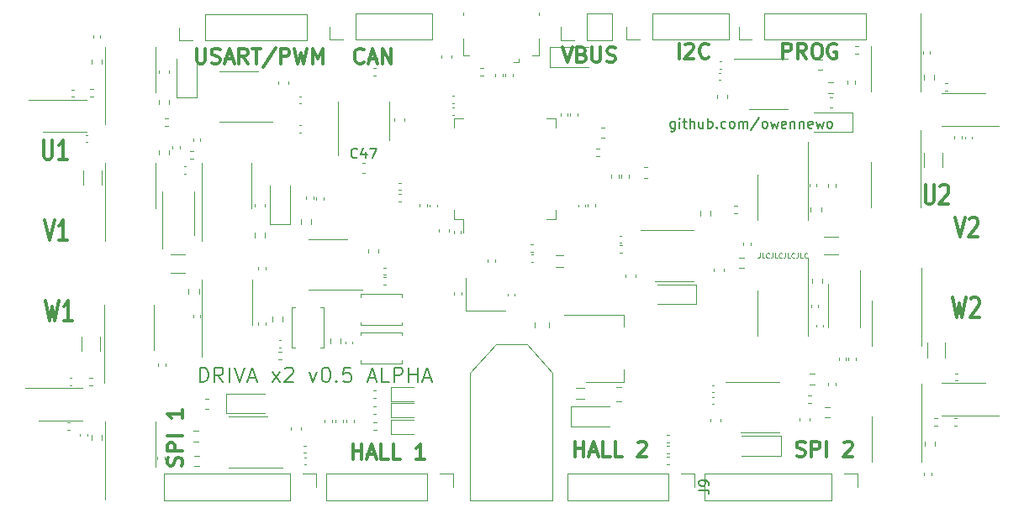
<source format=gbr>
%TF.GenerationSoftware,KiCad,Pcbnew,5.1.8-db9833491~88~ubuntu20.04.1*%
%TF.CreationDate,2020-12-06T21:40:22+00:00*%
%TF.ProjectId,driva-x2,64726976-612d-4783-922e-6b696361645f,rev?*%
%TF.SameCoordinates,Original*%
%TF.FileFunction,Legend,Top*%
%TF.FilePolarity,Positive*%
%FSLAX46Y46*%
G04 Gerber Fmt 4.6, Leading zero omitted, Abs format (unit mm)*
G04 Created by KiCad (PCBNEW 5.1.8-db9833491~88~ubuntu20.04.1) date 2020-12-06 21:40:22*
%MOMM*%
%LPD*%
G01*
G04 APERTURE LIST*
%ADD10C,0.125000*%
%ADD11C,0.150000*%
%ADD12C,0.300000*%
%ADD13C,0.120000*%
G04 APERTURE END LIST*
D10*
X147000476Y-54636190D02*
X147000476Y-54993333D01*
X146976666Y-55064761D01*
X146929047Y-55112380D01*
X146857619Y-55136190D01*
X146810000Y-55136190D01*
X147476666Y-55136190D02*
X147238571Y-55136190D01*
X147238571Y-54636190D01*
X147929047Y-55088571D02*
X147905238Y-55112380D01*
X147833809Y-55136190D01*
X147786190Y-55136190D01*
X147714761Y-55112380D01*
X147667142Y-55064761D01*
X147643333Y-55017142D01*
X147619523Y-54921904D01*
X147619523Y-54850476D01*
X147643333Y-54755238D01*
X147667142Y-54707619D01*
X147714761Y-54660000D01*
X147786190Y-54636190D01*
X147833809Y-54636190D01*
X147905238Y-54660000D01*
X147929047Y-54683809D01*
X148286190Y-54636190D02*
X148286190Y-54993333D01*
X148262380Y-55064761D01*
X148214761Y-55112380D01*
X148143333Y-55136190D01*
X148095714Y-55136190D01*
X148762380Y-55136190D02*
X148524285Y-55136190D01*
X148524285Y-54636190D01*
X149214761Y-55088571D02*
X149190952Y-55112380D01*
X149119523Y-55136190D01*
X149071904Y-55136190D01*
X149000476Y-55112380D01*
X148952857Y-55064761D01*
X148929047Y-55017142D01*
X148905238Y-54921904D01*
X148905238Y-54850476D01*
X148929047Y-54755238D01*
X148952857Y-54707619D01*
X149000476Y-54660000D01*
X149071904Y-54636190D01*
X149119523Y-54636190D01*
X149190952Y-54660000D01*
X149214761Y-54683809D01*
X149571904Y-54636190D02*
X149571904Y-54993333D01*
X149548095Y-55064761D01*
X149500476Y-55112380D01*
X149429047Y-55136190D01*
X149381428Y-55136190D01*
X150048095Y-55136190D02*
X149810000Y-55136190D01*
X149810000Y-54636190D01*
X150500476Y-55088571D02*
X150476666Y-55112380D01*
X150405238Y-55136190D01*
X150357619Y-55136190D01*
X150286190Y-55112380D01*
X150238571Y-55064761D01*
X150214761Y-55017142D01*
X150190952Y-54921904D01*
X150190952Y-54850476D01*
X150214761Y-54755238D01*
X150238571Y-54707619D01*
X150286190Y-54660000D01*
X150357619Y-54636190D01*
X150405238Y-54636190D01*
X150476666Y-54660000D01*
X150500476Y-54683809D01*
X150857619Y-54636190D02*
X150857619Y-54993333D01*
X150833809Y-55064761D01*
X150786190Y-55112380D01*
X150714761Y-55136190D01*
X150667142Y-55136190D01*
X151333809Y-55136190D02*
X151095714Y-55136190D01*
X151095714Y-54636190D01*
X151786190Y-55088571D02*
X151762380Y-55112380D01*
X151690952Y-55136190D01*
X151643333Y-55136190D01*
X151571904Y-55112380D01*
X151524285Y-55064761D01*
X151500476Y-55017142D01*
X151476666Y-54921904D01*
X151476666Y-54850476D01*
X151500476Y-54755238D01*
X151524285Y-54707619D01*
X151571904Y-54660000D01*
X151643333Y-54636190D01*
X151690952Y-54636190D01*
X151762380Y-54660000D01*
X151786190Y-54683809D01*
D11*
X138439523Y-41375714D02*
X138439523Y-42185238D01*
X138391904Y-42280476D01*
X138344285Y-42328095D01*
X138249047Y-42375714D01*
X138106190Y-42375714D01*
X138010952Y-42328095D01*
X138439523Y-41994761D02*
X138344285Y-42042380D01*
X138153809Y-42042380D01*
X138058571Y-41994761D01*
X138010952Y-41947142D01*
X137963333Y-41851904D01*
X137963333Y-41566190D01*
X138010952Y-41470952D01*
X138058571Y-41423333D01*
X138153809Y-41375714D01*
X138344285Y-41375714D01*
X138439523Y-41423333D01*
X138915714Y-42042380D02*
X138915714Y-41375714D01*
X138915714Y-41042380D02*
X138868095Y-41090000D01*
X138915714Y-41137619D01*
X138963333Y-41090000D01*
X138915714Y-41042380D01*
X138915714Y-41137619D01*
X139249047Y-41375714D02*
X139630000Y-41375714D01*
X139391904Y-41042380D02*
X139391904Y-41899523D01*
X139439523Y-41994761D01*
X139534761Y-42042380D01*
X139630000Y-42042380D01*
X139963333Y-42042380D02*
X139963333Y-41042380D01*
X140391904Y-42042380D02*
X140391904Y-41518571D01*
X140344285Y-41423333D01*
X140249047Y-41375714D01*
X140106190Y-41375714D01*
X140010952Y-41423333D01*
X139963333Y-41470952D01*
X141296666Y-41375714D02*
X141296666Y-42042380D01*
X140868095Y-41375714D02*
X140868095Y-41899523D01*
X140915714Y-41994761D01*
X141010952Y-42042380D01*
X141153809Y-42042380D01*
X141249047Y-41994761D01*
X141296666Y-41947142D01*
X141772857Y-42042380D02*
X141772857Y-41042380D01*
X141772857Y-41423333D02*
X141868095Y-41375714D01*
X142058571Y-41375714D01*
X142153809Y-41423333D01*
X142201428Y-41470952D01*
X142249047Y-41566190D01*
X142249047Y-41851904D01*
X142201428Y-41947142D01*
X142153809Y-41994761D01*
X142058571Y-42042380D01*
X141868095Y-42042380D01*
X141772857Y-41994761D01*
X142677619Y-41947142D02*
X142725238Y-41994761D01*
X142677619Y-42042380D01*
X142630000Y-41994761D01*
X142677619Y-41947142D01*
X142677619Y-42042380D01*
X143582380Y-41994761D02*
X143487142Y-42042380D01*
X143296666Y-42042380D01*
X143201428Y-41994761D01*
X143153809Y-41947142D01*
X143106190Y-41851904D01*
X143106190Y-41566190D01*
X143153809Y-41470952D01*
X143201428Y-41423333D01*
X143296666Y-41375714D01*
X143487142Y-41375714D01*
X143582380Y-41423333D01*
X144153809Y-42042380D02*
X144058571Y-41994761D01*
X144010952Y-41947142D01*
X143963333Y-41851904D01*
X143963333Y-41566190D01*
X144010952Y-41470952D01*
X144058571Y-41423333D01*
X144153809Y-41375714D01*
X144296666Y-41375714D01*
X144391904Y-41423333D01*
X144439523Y-41470952D01*
X144487142Y-41566190D01*
X144487142Y-41851904D01*
X144439523Y-41947142D01*
X144391904Y-41994761D01*
X144296666Y-42042380D01*
X144153809Y-42042380D01*
X144915714Y-42042380D02*
X144915714Y-41375714D01*
X144915714Y-41470952D02*
X144963333Y-41423333D01*
X145058571Y-41375714D01*
X145201428Y-41375714D01*
X145296666Y-41423333D01*
X145344285Y-41518571D01*
X145344285Y-42042380D01*
X145344285Y-41518571D02*
X145391904Y-41423333D01*
X145487142Y-41375714D01*
X145630000Y-41375714D01*
X145725238Y-41423333D01*
X145772857Y-41518571D01*
X145772857Y-42042380D01*
X146963333Y-40994761D02*
X146106190Y-42280476D01*
X147439523Y-42042380D02*
X147344285Y-41994761D01*
X147296666Y-41947142D01*
X147249047Y-41851904D01*
X147249047Y-41566190D01*
X147296666Y-41470952D01*
X147344285Y-41423333D01*
X147439523Y-41375714D01*
X147582380Y-41375714D01*
X147677619Y-41423333D01*
X147725238Y-41470952D01*
X147772857Y-41566190D01*
X147772857Y-41851904D01*
X147725238Y-41947142D01*
X147677619Y-41994761D01*
X147582380Y-42042380D01*
X147439523Y-42042380D01*
X148106190Y-41375714D02*
X148296666Y-42042380D01*
X148487142Y-41566190D01*
X148677619Y-42042380D01*
X148868095Y-41375714D01*
X149630000Y-41994761D02*
X149534761Y-42042380D01*
X149344285Y-42042380D01*
X149249047Y-41994761D01*
X149201428Y-41899523D01*
X149201428Y-41518571D01*
X149249047Y-41423333D01*
X149344285Y-41375714D01*
X149534761Y-41375714D01*
X149630000Y-41423333D01*
X149677619Y-41518571D01*
X149677619Y-41613809D01*
X149201428Y-41709047D01*
X150106190Y-41375714D02*
X150106190Y-42042380D01*
X150106190Y-41470952D02*
X150153809Y-41423333D01*
X150249047Y-41375714D01*
X150391904Y-41375714D01*
X150487142Y-41423333D01*
X150534761Y-41518571D01*
X150534761Y-42042380D01*
X151010952Y-41375714D02*
X151010952Y-42042380D01*
X151010952Y-41470952D02*
X151058571Y-41423333D01*
X151153809Y-41375714D01*
X151296666Y-41375714D01*
X151391904Y-41423333D01*
X151439523Y-41518571D01*
X151439523Y-42042380D01*
X152296666Y-41994761D02*
X152201428Y-42042380D01*
X152010952Y-42042380D01*
X151915714Y-41994761D01*
X151868095Y-41899523D01*
X151868095Y-41518571D01*
X151915714Y-41423333D01*
X152010952Y-41375714D01*
X152201428Y-41375714D01*
X152296666Y-41423333D01*
X152344285Y-41518571D01*
X152344285Y-41613809D01*
X151868095Y-41709047D01*
X152677619Y-41375714D02*
X152868095Y-42042380D01*
X153058571Y-41566190D01*
X153249047Y-42042380D01*
X153439523Y-41375714D01*
X153963333Y-42042380D02*
X153868095Y-41994761D01*
X153820476Y-41947142D01*
X153772857Y-41851904D01*
X153772857Y-41566190D01*
X153820476Y-41470952D01*
X153868095Y-41423333D01*
X153963333Y-41375714D01*
X154106190Y-41375714D01*
X154201428Y-41423333D01*
X154249047Y-41470952D01*
X154296666Y-41566190D01*
X154296666Y-41851904D01*
X154249047Y-41947142D01*
X154201428Y-41994761D01*
X154106190Y-42042380D01*
X153963333Y-42042380D01*
X90592857Y-67668571D02*
X90592857Y-66168571D01*
X90950000Y-66168571D01*
X91164285Y-66240000D01*
X91307142Y-66382857D01*
X91378571Y-66525714D01*
X91450000Y-66811428D01*
X91450000Y-67025714D01*
X91378571Y-67311428D01*
X91307142Y-67454285D01*
X91164285Y-67597142D01*
X90950000Y-67668571D01*
X90592857Y-67668571D01*
X92950000Y-67668571D02*
X92450000Y-66954285D01*
X92092857Y-67668571D02*
X92092857Y-66168571D01*
X92664285Y-66168571D01*
X92807142Y-66240000D01*
X92878571Y-66311428D01*
X92950000Y-66454285D01*
X92950000Y-66668571D01*
X92878571Y-66811428D01*
X92807142Y-66882857D01*
X92664285Y-66954285D01*
X92092857Y-66954285D01*
X93592857Y-67668571D02*
X93592857Y-66168571D01*
X94092857Y-66168571D02*
X94592857Y-67668571D01*
X95092857Y-66168571D01*
X95521428Y-67240000D02*
X96235714Y-67240000D01*
X95378571Y-67668571D02*
X95878571Y-66168571D01*
X96378571Y-67668571D01*
X97878571Y-67668571D02*
X98664285Y-66668571D01*
X97878571Y-66668571D02*
X98664285Y-67668571D01*
X99164285Y-66311428D02*
X99235714Y-66240000D01*
X99378571Y-66168571D01*
X99735714Y-66168571D01*
X99878571Y-66240000D01*
X99950000Y-66311428D01*
X100021428Y-66454285D01*
X100021428Y-66597142D01*
X99950000Y-66811428D01*
X99092857Y-67668571D01*
X100021428Y-67668571D01*
X101664285Y-66668571D02*
X102021428Y-67668571D01*
X102378571Y-66668571D01*
X103235714Y-66168571D02*
X103378571Y-66168571D01*
X103521428Y-66240000D01*
X103592857Y-66311428D01*
X103664285Y-66454285D01*
X103735714Y-66740000D01*
X103735714Y-67097142D01*
X103664285Y-67382857D01*
X103592857Y-67525714D01*
X103521428Y-67597142D01*
X103378571Y-67668571D01*
X103235714Y-67668571D01*
X103092857Y-67597142D01*
X103021428Y-67525714D01*
X102950000Y-67382857D01*
X102878571Y-67097142D01*
X102878571Y-66740000D01*
X102950000Y-66454285D01*
X103021428Y-66311428D01*
X103092857Y-66240000D01*
X103235714Y-66168571D01*
X104378571Y-67525714D02*
X104450000Y-67597142D01*
X104378571Y-67668571D01*
X104307142Y-67597142D01*
X104378571Y-67525714D01*
X104378571Y-67668571D01*
X105807142Y-66168571D02*
X105092857Y-66168571D01*
X105021428Y-66882857D01*
X105092857Y-66811428D01*
X105235714Y-66740000D01*
X105592857Y-66740000D01*
X105735714Y-66811428D01*
X105807142Y-66882857D01*
X105878571Y-67025714D01*
X105878571Y-67382857D01*
X105807142Y-67525714D01*
X105735714Y-67597142D01*
X105592857Y-67668571D01*
X105235714Y-67668571D01*
X105092857Y-67597142D01*
X105021428Y-67525714D01*
X107592857Y-67240000D02*
X108307142Y-67240000D01*
X107450000Y-67668571D02*
X107950000Y-66168571D01*
X108450000Y-67668571D01*
X109664285Y-67668571D02*
X108950000Y-67668571D01*
X108950000Y-66168571D01*
X110164285Y-67668571D02*
X110164285Y-66168571D01*
X110735714Y-66168571D01*
X110878571Y-66240000D01*
X110950000Y-66311428D01*
X111021428Y-66454285D01*
X111021428Y-66668571D01*
X110950000Y-66811428D01*
X110878571Y-66882857D01*
X110735714Y-66954285D01*
X110164285Y-66954285D01*
X111664285Y-67668571D02*
X111664285Y-66168571D01*
X111664285Y-66882857D02*
X112521428Y-66882857D01*
X112521428Y-67668571D02*
X112521428Y-66168571D01*
X113164285Y-67240000D02*
X113878571Y-67240000D01*
X113021428Y-67668571D02*
X113521428Y-66168571D01*
X114021428Y-67668571D01*
D12*
X127100000Y-33888571D02*
X127600000Y-35388571D01*
X128100000Y-33888571D01*
X129100000Y-34602857D02*
X129314285Y-34674285D01*
X129385714Y-34745714D01*
X129457142Y-34888571D01*
X129457142Y-35102857D01*
X129385714Y-35245714D01*
X129314285Y-35317142D01*
X129171428Y-35388571D01*
X128600000Y-35388571D01*
X128600000Y-33888571D01*
X129100000Y-33888571D01*
X129242857Y-33960000D01*
X129314285Y-34031428D01*
X129385714Y-34174285D01*
X129385714Y-34317142D01*
X129314285Y-34460000D01*
X129242857Y-34531428D01*
X129100000Y-34602857D01*
X128600000Y-34602857D01*
X130100000Y-33888571D02*
X130100000Y-35102857D01*
X130171428Y-35245714D01*
X130242857Y-35317142D01*
X130385714Y-35388571D01*
X130671428Y-35388571D01*
X130814285Y-35317142D01*
X130885714Y-35245714D01*
X130957142Y-35102857D01*
X130957142Y-33888571D01*
X131600000Y-35317142D02*
X131814285Y-35388571D01*
X132171428Y-35388571D01*
X132314285Y-35317142D01*
X132385714Y-35245714D01*
X132457142Y-35102857D01*
X132457142Y-34960000D01*
X132385714Y-34817142D01*
X132314285Y-34745714D01*
X132171428Y-34674285D01*
X131885714Y-34602857D01*
X131742857Y-34531428D01*
X131671428Y-34460000D01*
X131600000Y-34317142D01*
X131600000Y-34174285D01*
X131671428Y-34031428D01*
X131742857Y-33960000D01*
X131885714Y-33888571D01*
X132242857Y-33888571D01*
X132457142Y-33960000D01*
X90280857Y-34014571D02*
X90280857Y-35228857D01*
X90352285Y-35371714D01*
X90423714Y-35443142D01*
X90566571Y-35514571D01*
X90852285Y-35514571D01*
X90995142Y-35443142D01*
X91066571Y-35371714D01*
X91138000Y-35228857D01*
X91138000Y-34014571D01*
X91780857Y-35443142D02*
X91995142Y-35514571D01*
X92352285Y-35514571D01*
X92495142Y-35443142D01*
X92566571Y-35371714D01*
X92638000Y-35228857D01*
X92638000Y-35086000D01*
X92566571Y-34943142D01*
X92495142Y-34871714D01*
X92352285Y-34800285D01*
X92066571Y-34728857D01*
X91923714Y-34657428D01*
X91852285Y-34586000D01*
X91780857Y-34443142D01*
X91780857Y-34300285D01*
X91852285Y-34157428D01*
X91923714Y-34086000D01*
X92066571Y-34014571D01*
X92423714Y-34014571D01*
X92638000Y-34086000D01*
X93209428Y-35086000D02*
X93923714Y-35086000D01*
X93066571Y-35514571D02*
X93566571Y-34014571D01*
X94066571Y-35514571D01*
X95423714Y-35514571D02*
X94923714Y-34800285D01*
X94566571Y-35514571D02*
X94566571Y-34014571D01*
X95138000Y-34014571D01*
X95280857Y-34086000D01*
X95352285Y-34157428D01*
X95423714Y-34300285D01*
X95423714Y-34514571D01*
X95352285Y-34657428D01*
X95280857Y-34728857D01*
X95138000Y-34800285D01*
X94566571Y-34800285D01*
X95852285Y-34014571D02*
X96709428Y-34014571D01*
X96280857Y-35514571D02*
X96280857Y-34014571D01*
X98280857Y-33943142D02*
X96995142Y-35871714D01*
X98780857Y-35514571D02*
X98780857Y-34014571D01*
X99352285Y-34014571D01*
X99495142Y-34086000D01*
X99566571Y-34157428D01*
X99638000Y-34300285D01*
X99638000Y-34514571D01*
X99566571Y-34657428D01*
X99495142Y-34728857D01*
X99352285Y-34800285D01*
X98780857Y-34800285D01*
X100138000Y-34014571D02*
X100495142Y-35514571D01*
X100780857Y-34443142D01*
X101066571Y-35514571D01*
X101423714Y-34014571D01*
X101995142Y-35514571D02*
X101995142Y-34014571D01*
X102495142Y-35086000D01*
X102995142Y-34014571D01*
X102995142Y-35514571D01*
X107103714Y-35371714D02*
X107032285Y-35443142D01*
X106818000Y-35514571D01*
X106675142Y-35514571D01*
X106460857Y-35443142D01*
X106318000Y-35300285D01*
X106246571Y-35157428D01*
X106175142Y-34871714D01*
X106175142Y-34657428D01*
X106246571Y-34371714D01*
X106318000Y-34228857D01*
X106460857Y-34086000D01*
X106675142Y-34014571D01*
X106818000Y-34014571D01*
X107032285Y-34086000D01*
X107103714Y-34157428D01*
X107675142Y-35086000D02*
X108389428Y-35086000D01*
X107532285Y-35514571D02*
X108032285Y-34014571D01*
X108532285Y-35514571D01*
X109032285Y-35514571D02*
X109032285Y-34014571D01*
X109889428Y-35514571D01*
X109889428Y-34014571D01*
X138861714Y-35006571D02*
X138861714Y-33506571D01*
X139504571Y-33649428D02*
X139576000Y-33578000D01*
X139718857Y-33506571D01*
X140076000Y-33506571D01*
X140218857Y-33578000D01*
X140290285Y-33649428D01*
X140361714Y-33792285D01*
X140361714Y-33935142D01*
X140290285Y-34149428D01*
X139433142Y-35006571D01*
X140361714Y-35006571D01*
X141861714Y-34863714D02*
X141790285Y-34935142D01*
X141576000Y-35006571D01*
X141433142Y-35006571D01*
X141218857Y-34935142D01*
X141076000Y-34792285D01*
X141004571Y-34649428D01*
X140933142Y-34363714D01*
X140933142Y-34149428D01*
X141004571Y-33863714D01*
X141076000Y-33720857D01*
X141218857Y-33578000D01*
X141433142Y-33506571D01*
X141576000Y-33506571D01*
X141790285Y-33578000D01*
X141861714Y-33649428D01*
X149331428Y-35006571D02*
X149331428Y-33506571D01*
X149902857Y-33506571D01*
X150045714Y-33578000D01*
X150117142Y-33649428D01*
X150188571Y-33792285D01*
X150188571Y-34006571D01*
X150117142Y-34149428D01*
X150045714Y-34220857D01*
X149902857Y-34292285D01*
X149331428Y-34292285D01*
X151688571Y-35006571D02*
X151188571Y-34292285D01*
X150831428Y-35006571D02*
X150831428Y-33506571D01*
X151402857Y-33506571D01*
X151545714Y-33578000D01*
X151617142Y-33649428D01*
X151688571Y-33792285D01*
X151688571Y-34006571D01*
X151617142Y-34149428D01*
X151545714Y-34220857D01*
X151402857Y-34292285D01*
X150831428Y-34292285D01*
X152617142Y-33506571D02*
X152902857Y-33506571D01*
X153045714Y-33578000D01*
X153188571Y-33720857D01*
X153260000Y-34006571D01*
X153260000Y-34506571D01*
X153188571Y-34792285D01*
X153045714Y-34935142D01*
X152902857Y-35006571D01*
X152617142Y-35006571D01*
X152474285Y-34935142D01*
X152331428Y-34792285D01*
X152260000Y-34506571D01*
X152260000Y-34006571D01*
X152331428Y-33720857D01*
X152474285Y-33578000D01*
X152617142Y-33506571D01*
X154688571Y-33578000D02*
X154545714Y-33506571D01*
X154331428Y-33506571D01*
X154117142Y-33578000D01*
X153974285Y-33720857D01*
X153902857Y-33863714D01*
X153831428Y-34149428D01*
X153831428Y-34363714D01*
X153902857Y-34649428D01*
X153974285Y-34792285D01*
X154117142Y-34935142D01*
X154331428Y-35006571D01*
X154474285Y-35006571D01*
X154688571Y-34935142D01*
X154760000Y-34863714D01*
X154760000Y-34363714D01*
X154474285Y-34363714D01*
X150712571Y-75067142D02*
X150926857Y-75138571D01*
X151284000Y-75138571D01*
X151426857Y-75067142D01*
X151498285Y-74995714D01*
X151569714Y-74852857D01*
X151569714Y-74710000D01*
X151498285Y-74567142D01*
X151426857Y-74495714D01*
X151284000Y-74424285D01*
X150998285Y-74352857D01*
X150855428Y-74281428D01*
X150784000Y-74210000D01*
X150712571Y-74067142D01*
X150712571Y-73924285D01*
X150784000Y-73781428D01*
X150855428Y-73710000D01*
X150998285Y-73638571D01*
X151355428Y-73638571D01*
X151569714Y-73710000D01*
X152212571Y-75138571D02*
X152212571Y-73638571D01*
X152784000Y-73638571D01*
X152926857Y-73710000D01*
X152998285Y-73781428D01*
X153069714Y-73924285D01*
X153069714Y-74138571D01*
X152998285Y-74281428D01*
X152926857Y-74352857D01*
X152784000Y-74424285D01*
X152212571Y-74424285D01*
X153712571Y-75138571D02*
X153712571Y-73638571D01*
X155498285Y-73781428D02*
X155569714Y-73710000D01*
X155712571Y-73638571D01*
X156069714Y-73638571D01*
X156212571Y-73710000D01*
X156284000Y-73781428D01*
X156355428Y-73924285D01*
X156355428Y-74067142D01*
X156284000Y-74281428D01*
X155426857Y-75138571D01*
X156355428Y-75138571D01*
X128372571Y-75138571D02*
X128372571Y-73638571D01*
X128372571Y-74352857D02*
X129229714Y-74352857D01*
X129229714Y-75138571D02*
X129229714Y-73638571D01*
X129872571Y-74710000D02*
X130586857Y-74710000D01*
X129729714Y-75138571D02*
X130229714Y-73638571D01*
X130729714Y-75138571D01*
X131944000Y-75138571D02*
X131229714Y-75138571D01*
X131229714Y-73638571D01*
X133158285Y-75138571D02*
X132444000Y-75138571D01*
X132444000Y-73638571D01*
X134729714Y-73781428D02*
X134801142Y-73710000D01*
X134944000Y-73638571D01*
X135301142Y-73638571D01*
X135444000Y-73710000D01*
X135515428Y-73781428D01*
X135586857Y-73924285D01*
X135586857Y-74067142D01*
X135515428Y-74281428D01*
X134658285Y-75138571D01*
X135586857Y-75138571D01*
X106020571Y-75392571D02*
X106020571Y-73892571D01*
X106020571Y-74606857D02*
X106877714Y-74606857D01*
X106877714Y-75392571D02*
X106877714Y-73892571D01*
X107520571Y-74964000D02*
X108234857Y-74964000D01*
X107377714Y-75392571D02*
X107877714Y-73892571D01*
X108377714Y-75392571D01*
X109592000Y-75392571D02*
X108877714Y-75392571D01*
X108877714Y-73892571D01*
X110806285Y-75392571D02*
X110092000Y-75392571D01*
X110092000Y-73892571D01*
X113234857Y-75392571D02*
X112377714Y-75392571D01*
X112806285Y-75392571D02*
X112806285Y-73892571D01*
X112663428Y-74106857D01*
X112520571Y-74249714D01*
X112377714Y-74321142D01*
X88747142Y-76101428D02*
X88818571Y-75887142D01*
X88818571Y-75530000D01*
X88747142Y-75387142D01*
X88675714Y-75315714D01*
X88532857Y-75244285D01*
X88390000Y-75244285D01*
X88247142Y-75315714D01*
X88175714Y-75387142D01*
X88104285Y-75530000D01*
X88032857Y-75815714D01*
X87961428Y-75958571D01*
X87890000Y-76030000D01*
X87747142Y-76101428D01*
X87604285Y-76101428D01*
X87461428Y-76030000D01*
X87390000Y-75958571D01*
X87318571Y-75815714D01*
X87318571Y-75458571D01*
X87390000Y-75244285D01*
X88818571Y-74601428D02*
X87318571Y-74601428D01*
X87318571Y-74030000D01*
X87390000Y-73887142D01*
X87461428Y-73815714D01*
X87604285Y-73744285D01*
X87818571Y-73744285D01*
X87961428Y-73815714D01*
X88032857Y-73887142D01*
X88104285Y-74030000D01*
X88104285Y-74601428D01*
X88818571Y-73101428D02*
X87318571Y-73101428D01*
X88818571Y-70458571D02*
X88818571Y-71315714D01*
X88818571Y-70887142D02*
X87318571Y-70887142D01*
X87532857Y-71030000D01*
X87675714Y-71172857D01*
X87747142Y-71315714D01*
X74887142Y-43234761D02*
X74887142Y-44853809D01*
X74958571Y-45044285D01*
X75030000Y-45139523D01*
X75172857Y-45234761D01*
X75458571Y-45234761D01*
X75601428Y-45139523D01*
X75672857Y-45044285D01*
X75744285Y-44853809D01*
X75744285Y-43234761D01*
X77244285Y-45234761D02*
X76387142Y-45234761D01*
X76815714Y-45234761D02*
X76815714Y-43234761D01*
X76672857Y-43520476D01*
X76530000Y-43710952D01*
X76387142Y-43806190D01*
X74975714Y-51304761D02*
X75475714Y-53304761D01*
X75975714Y-51304761D01*
X77261428Y-53304761D02*
X76404285Y-53304761D01*
X76832857Y-53304761D02*
X76832857Y-51304761D01*
X76690000Y-51590476D01*
X76547142Y-51780952D01*
X76404285Y-51876190D01*
X75092857Y-59424761D02*
X75450000Y-61424761D01*
X75735714Y-59996190D01*
X76021428Y-61424761D01*
X76378571Y-59424761D01*
X77735714Y-61424761D02*
X76878571Y-61424761D01*
X77307142Y-61424761D02*
X77307142Y-59424761D01*
X77164285Y-59710476D01*
X77021428Y-59900952D01*
X76878571Y-59996190D01*
X166452857Y-59094761D02*
X166810000Y-61094761D01*
X167095714Y-59666190D01*
X167381428Y-61094761D01*
X167738571Y-59094761D01*
X168238571Y-59285238D02*
X168310000Y-59190000D01*
X168452857Y-59094761D01*
X168810000Y-59094761D01*
X168952857Y-59190000D01*
X169024285Y-59285238D01*
X169095714Y-59475714D01*
X169095714Y-59666190D01*
X169024285Y-59951904D01*
X168167142Y-61094761D01*
X169095714Y-61094761D01*
X166685714Y-51034761D02*
X167185714Y-53034761D01*
X167685714Y-51034761D01*
X168114285Y-51225238D02*
X168185714Y-51130000D01*
X168328571Y-51034761D01*
X168685714Y-51034761D01*
X168828571Y-51130000D01*
X168900000Y-51225238D01*
X168971428Y-51415714D01*
X168971428Y-51606190D01*
X168900000Y-51891904D01*
X168042857Y-53034761D01*
X168971428Y-53034761D01*
X163667142Y-47724761D02*
X163667142Y-49343809D01*
X163738571Y-49534285D01*
X163810000Y-49629523D01*
X163952857Y-49724761D01*
X164238571Y-49724761D01*
X164381428Y-49629523D01*
X164452857Y-49534285D01*
X164524285Y-49343809D01*
X164524285Y-47724761D01*
X165167142Y-47915238D02*
X165238571Y-47820000D01*
X165381428Y-47724761D01*
X165738571Y-47724761D01*
X165881428Y-47820000D01*
X165952857Y-47915238D01*
X166024285Y-48105714D01*
X166024285Y-48296190D01*
X165952857Y-48581904D01*
X165095714Y-49724761D01*
X166024285Y-49724761D01*
D13*
%TO.C,R58*%
X108061359Y-70090000D02*
X108368641Y-70090000D01*
X108061359Y-70850000D02*
X108368641Y-70850000D01*
%TO.C,R57*%
X108065359Y-71716000D02*
X108372641Y-71716000D01*
X108065359Y-72476000D02*
X108372641Y-72476000D01*
%TO.C,R56*%
X108061359Y-68490000D02*
X108368641Y-68490000D01*
X108061359Y-69250000D02*
X108368641Y-69250000D01*
%TO.C,C47*%
X106959420Y-45540000D02*
X107240580Y-45540000D01*
X106959420Y-46560000D02*
X107240580Y-46560000D01*
%TO.C,C42*%
X125765000Y-61628748D02*
X125765000Y-62151252D01*
X124295000Y-61628748D02*
X124295000Y-62151252D01*
%TO.C,C30*%
X78540000Y-72882164D02*
X78540000Y-73097836D01*
X79260000Y-72882164D02*
X79260000Y-73097836D01*
%TO.C,D11*%
X125850000Y-33885000D02*
X125850000Y-35885000D01*
X125850000Y-35885000D02*
X129750000Y-35885000D01*
X125850000Y-33885000D02*
X129750000Y-33885000D01*
%TO.C,J9*%
X127610000Y-76880000D02*
X127610000Y-79540000D01*
X137830000Y-76880000D02*
X127610000Y-76880000D01*
X137830000Y-79540000D02*
X127610000Y-79540000D01*
X137830000Y-76880000D02*
X137830000Y-79540000D01*
X139100000Y-76880000D02*
X140430000Y-76880000D01*
X140430000Y-76880000D02*
X140430000Y-78210000D01*
%TO.C,J5*%
X126955000Y-33150000D02*
X126955000Y-31820000D01*
X128285000Y-33150000D02*
X126955000Y-33150000D01*
X129555000Y-33150000D02*
X129555000Y-30490000D01*
X129555000Y-30490000D02*
X132155000Y-30490000D01*
X129555000Y-33150000D02*
X132155000Y-33150000D01*
X132155000Y-33150000D02*
X132155000Y-30490000D01*
%TO.C,TH2*%
X153172500Y-49997742D02*
X153172500Y-50472258D01*
X152127500Y-49997742D02*
X152127500Y-50472258D01*
%TO.C,TH1*%
X101847500Y-51222742D02*
X101847500Y-51697258D01*
X100802500Y-51222742D02*
X100802500Y-51697258D01*
%TO.C,C33*%
X128710000Y-49957836D02*
X128710000Y-49742164D01*
X129430000Y-49957836D02*
X129430000Y-49742164D01*
%TO.C,U15*%
X117165000Y-51260000D02*
X117165000Y-52600000D01*
X116215000Y-51260000D02*
X117165000Y-51260000D01*
X116215000Y-50310000D02*
X116215000Y-51260000D01*
X116215000Y-41040000D02*
X117165000Y-41040000D01*
X116215000Y-41990000D02*
X116215000Y-41040000D01*
X126435000Y-51260000D02*
X125485000Y-51260000D01*
X126435000Y-50310000D02*
X126435000Y-51260000D01*
X126435000Y-41040000D02*
X125485000Y-41040000D01*
X126435000Y-41990000D02*
X126435000Y-41040000D01*
%TO.C,U7*%
X77000000Y-39200000D02*
X73400000Y-39200000D01*
X77000000Y-39200000D02*
X79200000Y-39200000D01*
X77000000Y-42420000D02*
X74800000Y-42420000D01*
X77000000Y-42420000D02*
X79200000Y-42420000D01*
%TO.C,R64*%
X79466359Y-67982000D02*
X79773641Y-67982000D01*
X79466359Y-67222000D02*
X79773641Y-67222000D01*
%TO.C,R63*%
X89933641Y-44362000D02*
X89626359Y-44362000D01*
X89933641Y-45122000D02*
X89626359Y-45122000D01*
%TO.C,R62*%
X79556359Y-38890000D02*
X79863641Y-38890000D01*
X79556359Y-38130000D02*
X79863641Y-38130000D01*
%TO.C,R61*%
X164863641Y-71286000D02*
X164556359Y-71286000D01*
X164863641Y-72046000D02*
X164556359Y-72046000D01*
%TO.C,R60*%
X156708000Y-65467641D02*
X156708000Y-65160359D01*
X155948000Y-65467641D02*
X155948000Y-65160359D01*
%TO.C,R59*%
X167376000Y-43119641D02*
X167376000Y-42812359D01*
X166616000Y-43119641D02*
X166616000Y-42812359D01*
%TO.C,C68*%
X77507836Y-71750000D02*
X77292164Y-71750000D01*
X77507836Y-72470000D02*
X77292164Y-72470000D01*
%TO.C,C67*%
X77695836Y-67242000D02*
X77480164Y-67242000D01*
X77695836Y-67962000D02*
X77480164Y-67962000D01*
%TO.C,C66*%
X79307836Y-42750000D02*
X79092164Y-42750000D01*
X79307836Y-43470000D02*
X79092164Y-43470000D01*
%TO.C,C65*%
X90648000Y-43325836D02*
X90648000Y-43110164D01*
X89928000Y-43325836D02*
X89928000Y-43110164D01*
%TO.C,C64*%
X89207836Y-45906000D02*
X88992164Y-45906000D01*
X89207836Y-46626000D02*
X88992164Y-46626000D01*
%TO.C,C63*%
X77907836Y-38150000D02*
X77692164Y-38150000D01*
X77907836Y-38870000D02*
X77692164Y-38870000D01*
%TO.C,C62*%
X166692164Y-67490000D02*
X166907836Y-67490000D01*
X166692164Y-66770000D02*
X166907836Y-66770000D01*
%TO.C,C61*%
X166606164Y-72026000D02*
X166821836Y-72026000D01*
X166606164Y-71306000D02*
X166821836Y-71306000D01*
%TO.C,C60*%
X153386000Y-62093836D02*
X153386000Y-61878164D01*
X152666000Y-62093836D02*
X152666000Y-61878164D01*
%TO.C,C59*%
X155672000Y-65423836D02*
X155672000Y-65208164D01*
X154952000Y-65423836D02*
X154952000Y-65208164D01*
%TO.C,C58*%
X165646164Y-38244000D02*
X165861836Y-38244000D01*
X165646164Y-37524000D02*
X165861836Y-37524000D01*
%TO.C,C57*%
X168372000Y-43099836D02*
X168372000Y-42884164D01*
X167652000Y-43099836D02*
X167652000Y-42884164D01*
%TO.C,J6*%
X101380000Y-33210000D02*
X101380000Y-30550000D01*
X91160000Y-33210000D02*
X101380000Y-33210000D01*
X91160000Y-30550000D02*
X101380000Y-30550000D01*
X91160000Y-33210000D02*
X91160000Y-30550000D01*
X89890000Y-33210000D02*
X88560000Y-33210000D01*
X88560000Y-33210000D02*
X88560000Y-31880000D01*
%TO.C,U2*%
X147870000Y-40135000D02*
X149820000Y-40135000D01*
X147870000Y-40135000D02*
X145920000Y-40135000D01*
X147870000Y-35015000D02*
X149820000Y-35015000D01*
X147870000Y-35015000D02*
X144420000Y-35015000D01*
%TO.C,J12*%
X126150000Y-79560000D02*
X126150000Y-66710000D01*
X123600000Y-63860000D02*
X120450000Y-63860000D01*
X117850000Y-66710000D02*
X117850000Y-79560000D01*
X117850000Y-79560000D02*
X126150000Y-79560000D01*
X126150000Y-66710000D02*
X123600000Y-63860000D01*
X120450000Y-63860000D02*
X117850000Y-66710000D01*
%TO.C,J10*%
X141470000Y-76880000D02*
X141470000Y-79540000D01*
X154230000Y-76880000D02*
X141470000Y-76880000D01*
X154230000Y-79540000D02*
X141470000Y-79540000D01*
X154230000Y-76880000D02*
X154230000Y-79540000D01*
X155500000Y-76880000D02*
X156830000Y-76880000D01*
X156830000Y-76880000D02*
X156830000Y-78210000D01*
%TO.C,J11*%
X113970000Y-33140000D02*
X113970000Y-30480000D01*
X106290000Y-33140000D02*
X113970000Y-33140000D01*
X106290000Y-30480000D02*
X113970000Y-30480000D01*
X106290000Y-33140000D02*
X106290000Y-30480000D01*
X105020000Y-33140000D02*
X103690000Y-33140000D01*
X103690000Y-33140000D02*
X103690000Y-31810000D01*
%TO.C,J8*%
X86970000Y-76880000D02*
X86970000Y-79540000D01*
X99730000Y-76880000D02*
X86970000Y-76880000D01*
X99730000Y-79540000D02*
X86970000Y-79540000D01*
X99730000Y-76880000D02*
X99730000Y-79540000D01*
X101000000Y-76880000D02*
X102330000Y-76880000D01*
X102330000Y-76880000D02*
X102330000Y-78210000D01*
%TO.C,J4*%
X143875000Y-33140000D02*
X143875000Y-30480000D01*
X136195000Y-33140000D02*
X143875000Y-33140000D01*
X136195000Y-30480000D02*
X143875000Y-30480000D01*
X136195000Y-33140000D02*
X136195000Y-30480000D01*
X134925000Y-33140000D02*
X133595000Y-33140000D01*
X133595000Y-33140000D02*
X133595000Y-31810000D01*
%TO.C,J2*%
X157690000Y-33140000D02*
X157690000Y-30480000D01*
X147470000Y-33140000D02*
X157690000Y-33140000D01*
X147470000Y-30480000D02*
X157690000Y-30480000D01*
X147470000Y-33140000D02*
X147470000Y-30480000D01*
X146200000Y-33140000D02*
X144870000Y-33140000D01*
X144870000Y-33140000D02*
X144870000Y-31810000D01*
%TO.C,J1*%
X103310000Y-76880000D02*
X103310000Y-79540000D01*
X113530000Y-76880000D02*
X103310000Y-76880000D01*
X113530000Y-79540000D02*
X103310000Y-79540000D01*
X113530000Y-76880000D02*
X113530000Y-79540000D01*
X114800000Y-76880000D02*
X116130000Y-76880000D01*
X116130000Y-76880000D02*
X116130000Y-78210000D01*
%TO.C,C44*%
X123947164Y-54510000D02*
X124162836Y-54510000D01*
X123947164Y-53790000D02*
X124162836Y-53790000D01*
%TO.C,C43*%
X123987164Y-55510000D02*
X124202836Y-55510000D01*
X123987164Y-54790000D02*
X124202836Y-54790000D01*
%TO.C,SW3*%
X103040000Y-64210000D02*
X102740000Y-64210000D01*
X99900000Y-60070000D02*
X100200000Y-60070000D01*
X102740000Y-60070000D02*
X103040000Y-60070000D01*
X99900000Y-64210000D02*
X99900000Y-60070000D01*
X100200000Y-64210000D02*
X99900000Y-64210000D01*
X103040000Y-60070000D02*
X103040000Y-64210000D01*
%TO.C,SW2*%
X106780000Y-65770000D02*
X106780000Y-65470000D01*
X110920000Y-62630000D02*
X110920000Y-62930000D01*
X110920000Y-65470000D02*
X110920000Y-65770000D01*
X106780000Y-62630000D02*
X110920000Y-62630000D01*
X106780000Y-62930000D02*
X106780000Y-62630000D01*
X110920000Y-65770000D02*
X106780000Y-65770000D01*
%TO.C,SW1*%
X110920000Y-58780000D02*
X110920000Y-59080000D01*
X106780000Y-61920000D02*
X106780000Y-61620000D01*
X106780000Y-59080000D02*
X106780000Y-58780000D01*
X110920000Y-61920000D02*
X106780000Y-61920000D01*
X110920000Y-61620000D02*
X110920000Y-61920000D01*
X106780000Y-58780000D02*
X110920000Y-58780000D01*
%TO.C,C1*%
X154330580Y-38970000D02*
X154049420Y-38970000D01*
X154330580Y-39990000D02*
X154049420Y-39990000D01*
%TO.C,C2*%
X143077836Y-37190000D02*
X142862164Y-37190000D01*
X143077836Y-36470000D02*
X142862164Y-36470000D01*
%TO.C,C3*%
X143147836Y-35330000D02*
X142932164Y-35330000D01*
X143147836Y-36050000D02*
X142932164Y-36050000D01*
%TO.C,C4*%
X143740000Y-38714420D02*
X143740000Y-38995580D01*
X142720000Y-38714420D02*
X142720000Y-38995580D01*
%TO.C,C5*%
X163440000Y-34537836D02*
X163440000Y-34322164D01*
X164160000Y-34537836D02*
X164160000Y-34322164D01*
%TO.C,C6*%
X143410000Y-56194420D02*
X143410000Y-56475580D01*
X142390000Y-56194420D02*
X142390000Y-56475580D01*
%TO.C,C7*%
X133095836Y-54570000D02*
X132880164Y-54570000D01*
X133095836Y-53850000D02*
X132880164Y-53850000D01*
%TO.C,C8*%
X133067836Y-52875000D02*
X132852164Y-52875000D01*
X133067836Y-53595000D02*
X132852164Y-53595000D01*
%TO.C,C9*%
X133466000Y-56780420D02*
X133466000Y-57061580D01*
X134486000Y-56780420D02*
X134486000Y-57061580D01*
%TO.C,C10*%
X152158000Y-59874164D02*
X152158000Y-60089836D01*
X152878000Y-59874164D02*
X152878000Y-60089836D01*
%TO.C,C11*%
X150990000Y-71294420D02*
X150990000Y-71575580D01*
X152010000Y-71294420D02*
X152010000Y-71575580D01*
%TO.C,C12*%
X142407836Y-69150000D02*
X142192164Y-69150000D01*
X142407836Y-69870000D02*
X142192164Y-69870000D01*
%TO.C,C13*%
X142407836Y-68670000D02*
X142192164Y-68670000D01*
X142407836Y-67950000D02*
X142192164Y-67950000D01*
%TO.C,C14*%
X143010000Y-71344420D02*
X143010000Y-71625580D01*
X141990000Y-71344420D02*
X141990000Y-71625580D01*
%TO.C,C15*%
X164260000Y-76802164D02*
X164260000Y-77017836D01*
X163540000Y-76802164D02*
X163540000Y-77017836D01*
%TO.C,C16*%
X86470000Y-36500580D02*
X86470000Y-36219420D01*
X87490000Y-36500580D02*
X87490000Y-36219420D01*
%TO.C,C17*%
X100592164Y-38850000D02*
X100807836Y-38850000D01*
X100592164Y-39570000D02*
X100807836Y-39570000D01*
%TO.C,C18*%
X100592164Y-42470000D02*
X100807836Y-42470000D01*
X100592164Y-41750000D02*
X100807836Y-41750000D01*
%TO.C,C19*%
X99510000Y-37605580D02*
X99510000Y-37324420D01*
X98490000Y-37605580D02*
X98490000Y-37324420D01*
%TO.C,C20*%
X79840000Y-32917836D02*
X79840000Y-32702164D01*
X80560000Y-32917836D02*
X80560000Y-32702164D01*
%TO.C,C21*%
X97148000Y-49949580D02*
X97148000Y-49668420D01*
X96128000Y-49949580D02*
X96128000Y-49668420D01*
%TO.C,C22*%
X109092164Y-56820000D02*
X109307836Y-56820000D01*
X109092164Y-56100000D02*
X109307836Y-56100000D01*
%TO.C,C23*%
X109092164Y-57100000D02*
X109307836Y-57100000D01*
X109092164Y-57820000D02*
X109307836Y-57820000D01*
%TO.C,C24*%
X107558000Y-54575580D02*
X107558000Y-54294420D01*
X108578000Y-54575580D02*
X108578000Y-54294420D01*
%TO.C,C25*%
X89940000Y-60902164D02*
X89940000Y-61117836D01*
X90660000Y-60902164D02*
X90660000Y-61117836D01*
%TO.C,C26*%
X91184420Y-69300000D02*
X91465580Y-69300000D01*
X91184420Y-70320000D02*
X91465580Y-70320000D01*
%TO.C,C27*%
X101072164Y-74770000D02*
X101287836Y-74770000D01*
X101072164Y-74050000D02*
X101287836Y-74050000D01*
%TO.C,C28*%
X101092164Y-75970000D02*
X101307836Y-75970000D01*
X101092164Y-75250000D02*
X101307836Y-75250000D01*
%TO.C,C29*%
X100810000Y-72475580D02*
X100810000Y-72194420D01*
X99790000Y-72475580D02*
X99790000Y-72194420D01*
%TO.C,C31*%
X115730000Y-52490580D02*
X115730000Y-52209420D01*
X114710000Y-52490580D02*
X114710000Y-52209420D01*
%TO.C,C32*%
X130415000Y-49907836D02*
X130415000Y-49692164D01*
X129695000Y-49907836D02*
X129695000Y-49692164D01*
%TO.C,C34*%
X127660000Y-40552164D02*
X127660000Y-40767836D01*
X126940000Y-40552164D02*
X126940000Y-40767836D01*
%TO.C,C35*%
X127915000Y-40552164D02*
X127915000Y-40767836D01*
X128635000Y-40552164D02*
X128635000Y-40767836D01*
%TO.C,C36*%
X116017164Y-39990000D02*
X116232836Y-39990000D01*
X116017164Y-40710000D02*
X116232836Y-40710000D01*
%TO.C,C37*%
X116017164Y-39510000D02*
X116232836Y-39510000D01*
X116017164Y-38790000D02*
X116232836Y-38790000D01*
%TO.C,C38*%
X114485000Y-49742164D02*
X114485000Y-49957836D01*
X113765000Y-49742164D02*
X113765000Y-49957836D01*
%TO.C,C39*%
X112765000Y-49722164D02*
X112765000Y-49937836D01*
X113485000Y-49722164D02*
X113485000Y-49937836D01*
%TO.C,C40*%
X116165000Y-52637836D02*
X116165000Y-52422164D01*
X116885000Y-52637836D02*
X116885000Y-52422164D01*
%TO.C,C41*%
X133041252Y-68155000D02*
X132518748Y-68155000D01*
X133041252Y-69625000D02*
X132518748Y-69625000D01*
%TO.C,C45*%
X116240000Y-58837836D02*
X116240000Y-58622164D01*
X116960000Y-58837836D02*
X116960000Y-58622164D01*
%TO.C,C46*%
X121615000Y-58712164D02*
X121615000Y-58927836D01*
X122335000Y-58712164D02*
X122335000Y-58927836D01*
%TO.C,C48*%
X110847836Y-48280000D02*
X110632164Y-48280000D01*
X110847836Y-47560000D02*
X110632164Y-47560000D01*
%TO.C,C49*%
X105960000Y-63787836D02*
X105960000Y-63572164D01*
X105240000Y-63787836D02*
X105240000Y-63572164D01*
%TO.C,C50*%
X110190000Y-41350580D02*
X110190000Y-41069420D01*
X111210000Y-41350580D02*
X111210000Y-41069420D01*
%TO.C,C51*%
X131059420Y-41950000D02*
X131340580Y-41950000D01*
X131059420Y-42970000D02*
X131340580Y-42970000D01*
%TO.C,C52*%
X115944000Y-34976580D02*
X115944000Y-34695420D01*
X114924000Y-34976580D02*
X114924000Y-34695420D01*
%TO.C,C53*%
X101315000Y-49167836D02*
X101315000Y-48952164D01*
X102035000Y-49167836D02*
X102035000Y-48952164D01*
%TO.C,C54*%
X135640580Y-46010000D02*
X135359420Y-46010000D01*
X135640580Y-47030000D02*
X135359420Y-47030000D01*
%TO.C,C55*%
X152710000Y-47897836D02*
X152710000Y-47682164D01*
X151990000Y-47897836D02*
X151990000Y-47682164D01*
%TO.C,C56*%
X98777836Y-64152000D02*
X98562164Y-64152000D01*
X98777836Y-63432000D02*
X98562164Y-63432000D01*
%TO.C,D1*%
X156350000Y-42430000D02*
X156350000Y-40430000D01*
X156350000Y-40430000D02*
X152450000Y-40430000D01*
X156350000Y-42430000D02*
X152450000Y-42430000D01*
%TO.C,D2*%
X140575000Y-59810000D02*
X140575000Y-57810000D01*
X140575000Y-57810000D02*
X136675000Y-57810000D01*
X140575000Y-59810000D02*
X136675000Y-59810000D01*
%TO.C,D3*%
X149100000Y-75060000D02*
X145200000Y-75060000D01*
X149100000Y-73060000D02*
X145200000Y-73060000D01*
X149100000Y-75060000D02*
X149100000Y-73060000D01*
%TO.C,D4*%
X88260000Y-38940000D02*
X88260000Y-35040000D01*
X90260000Y-38940000D02*
X90260000Y-35040000D01*
X88260000Y-38940000D02*
X90260000Y-38940000D01*
%TO.C,D5*%
X97670000Y-51692000D02*
X99670000Y-51692000D01*
X99670000Y-51692000D02*
X99670000Y-47792000D01*
X97670000Y-51692000D02*
X97670000Y-47792000D01*
%TO.C,D6*%
X93250000Y-68810000D02*
X97150000Y-68810000D01*
X93250000Y-70810000D02*
X97150000Y-70810000D01*
X93250000Y-68810000D02*
X93250000Y-70810000D01*
%TO.C,D7*%
X127950000Y-70110000D02*
X131850000Y-70110000D01*
X127950000Y-72110000D02*
X131850000Y-72110000D01*
X127950000Y-70110000D02*
X127950000Y-72110000D01*
%TO.C,D8*%
X112140000Y-68135000D02*
X109855000Y-68135000D01*
X109855000Y-68135000D02*
X109855000Y-69605000D01*
X109855000Y-69605000D02*
X112140000Y-69605000D01*
%TO.C,D9*%
X109855000Y-72905000D02*
X112140000Y-72905000D01*
X109855000Y-71435000D02*
X109855000Y-72905000D01*
X112140000Y-71435000D02*
X109855000Y-71435000D01*
%TO.C,D10*%
X109855000Y-71205000D02*
X112140000Y-71205000D01*
X109855000Y-69735000D02*
X109855000Y-71205000D01*
X112140000Y-69735000D02*
X109855000Y-69735000D01*
%TO.C,FB1*%
X129309622Y-69320000D02*
X128510378Y-69320000D01*
X129309622Y-68200000D02*
X128510378Y-68200000D01*
%TO.C,FB2*%
X126412878Y-56010000D02*
X127212122Y-56010000D01*
X126412878Y-54890000D02*
X127212122Y-54890000D01*
%TO.C,HSE1*%
X117400000Y-60460000D02*
X121400000Y-60460000D01*
X117400000Y-57160000D02*
X117400000Y-60460000D01*
%TO.C,J3*%
X122685000Y-35420000D02*
X122685000Y-35030000D01*
X122685000Y-35420000D02*
X122235000Y-35420000D01*
X117115000Y-34720000D02*
X117765000Y-34720000D01*
X117115000Y-32990000D02*
X117115000Y-34720000D01*
X124735000Y-30420000D02*
X124735000Y-30630000D01*
X117115000Y-30420000D02*
X117115000Y-30630000D01*
X124735000Y-32990000D02*
X124735000Y-34720000D01*
X124735000Y-34720000D02*
X124075000Y-34720000D01*
%TO.C,Q1*%
X163225000Y-47780000D02*
X163225000Y-42205000D01*
X163225000Y-47780000D02*
X163225000Y-50065000D01*
X158195000Y-47780000D02*
X158195000Y-45495000D01*
X158195000Y-47780000D02*
X158195000Y-50065000D01*
%TO.C,Q2*%
X158195000Y-36070000D02*
X158195000Y-38355000D01*
X158195000Y-36070000D02*
X158195000Y-33785000D01*
X163225000Y-36070000D02*
X163225000Y-38355000D01*
X163225000Y-36070000D02*
X163225000Y-30495000D01*
%TO.C,Q3*%
X151815000Y-60710000D02*
X151815000Y-55135000D01*
X151815000Y-60710000D02*
X151815000Y-62995000D01*
X146785000Y-60710000D02*
X146785000Y-58425000D01*
X146785000Y-60710000D02*
X146785000Y-62995000D01*
%TO.C,Q4*%
X146785000Y-49010000D02*
X146785000Y-51295000D01*
X146785000Y-49010000D02*
X146785000Y-46725000D01*
X151815000Y-49010000D02*
X151815000Y-51295000D01*
X151815000Y-49010000D02*
X151815000Y-43435000D01*
%TO.C,Q5*%
X163305000Y-73420000D02*
X163305000Y-67845000D01*
X163305000Y-73420000D02*
X163305000Y-75705000D01*
X158275000Y-73420000D02*
X158275000Y-71135000D01*
X158275000Y-73420000D02*
X158275000Y-75705000D01*
%TO.C,Q6*%
X163300000Y-61720000D02*
X163300000Y-56145000D01*
X163300000Y-61720000D02*
X163300000Y-64005000D01*
X158270000Y-61720000D02*
X158270000Y-59435000D01*
X158270000Y-61720000D02*
X158270000Y-64005000D01*
%TO.C,Q7*%
X81085000Y-36110000D02*
X81085000Y-41685000D01*
X81085000Y-36110000D02*
X81085000Y-33825000D01*
X86115000Y-36110000D02*
X86115000Y-38395000D01*
X86115000Y-36110000D02*
X86115000Y-33825000D01*
%TO.C,Q8*%
X86115000Y-47810000D02*
X86115000Y-45525000D01*
X86115000Y-47810000D02*
X86115000Y-50095000D01*
X81085000Y-47810000D02*
X81085000Y-45525000D01*
X81085000Y-47810000D02*
X81085000Y-53385000D01*
%TO.C,Q9*%
X95815000Y-47810000D02*
X95815000Y-45525000D01*
X95815000Y-47810000D02*
X95815000Y-50095000D01*
X90785000Y-47810000D02*
X90785000Y-45525000D01*
X90785000Y-47810000D02*
X90785000Y-53385000D01*
%TO.C,Q10*%
X95850000Y-59560000D02*
X95850000Y-57275000D01*
X95850000Y-59560000D02*
X95850000Y-61845000D01*
X90820000Y-59560000D02*
X90820000Y-57275000D01*
X90820000Y-59560000D02*
X90820000Y-65135000D01*
%TO.C,Q11*%
X86005000Y-62160000D02*
X86005000Y-59875000D01*
X86005000Y-62160000D02*
X86005000Y-64445000D01*
X80975000Y-62160000D02*
X80975000Y-59875000D01*
X80975000Y-62160000D02*
X80975000Y-67735000D01*
%TO.C,Q12*%
X81085000Y-73910000D02*
X81085000Y-79485000D01*
X81085000Y-73910000D02*
X81085000Y-71625000D01*
X86115000Y-73910000D02*
X86115000Y-76195000D01*
X86115000Y-73910000D02*
X86115000Y-71625000D01*
%TO.C,R1*%
X119143641Y-36740000D02*
X118836359Y-36740000D01*
X119143641Y-35980000D02*
X118836359Y-35980000D01*
%TO.C,R2*%
X120388000Y-36853641D02*
X120388000Y-36546359D01*
X121148000Y-36853641D02*
X121148000Y-36546359D01*
%TO.C,R3*%
X122164000Y-36853641D02*
X122164000Y-36546359D01*
X121404000Y-36853641D02*
X121404000Y-36546359D01*
%TO.C,R4*%
X103160000Y-71416359D02*
X103160000Y-71723641D01*
X103920000Y-71416359D02*
X103920000Y-71723641D01*
%TO.C,R5*%
X105020000Y-71416359D02*
X105020000Y-71723641D01*
X104260000Y-71416359D02*
X104260000Y-71723641D01*
%TO.C,R6*%
X105360000Y-71416359D02*
X105360000Y-71723641D01*
X106120000Y-71416359D02*
X106120000Y-71723641D01*
%TO.C,R7*%
X137893641Y-73750000D02*
X137586359Y-73750000D01*
X137893641Y-72990000D02*
X137586359Y-72990000D01*
%TO.C,R8*%
X137893641Y-74102000D02*
X137586359Y-74102000D01*
X137893641Y-74862000D02*
X137586359Y-74862000D01*
%TO.C,R9*%
X137893641Y-75950000D02*
X137586359Y-75950000D01*
X137893641Y-75190000D02*
X137586359Y-75190000D01*
%TO.C,R10*%
X154392258Y-37447500D02*
X153917742Y-37447500D01*
X154392258Y-38492500D02*
X153917742Y-38492500D01*
%TO.C,R11*%
X156610000Y-37286359D02*
X156610000Y-37593641D01*
X155850000Y-37286359D02*
X155850000Y-37593641D01*
%TO.C,R12*%
X165366000Y-45977064D02*
X165366000Y-44522936D01*
X163546000Y-45977064D02*
X163546000Y-44522936D01*
%TO.C,R13*%
X153297258Y-36172500D02*
X152822742Y-36172500D01*
X153297258Y-35127500D02*
X152822742Y-35127500D01*
%TO.C,R14*%
X163517500Y-36647742D02*
X163517500Y-37122258D01*
X164562500Y-36647742D02*
X164562500Y-37122258D01*
%TO.C,R15*%
X156933641Y-34500000D02*
X156626359Y-34500000D01*
X156933641Y-33740000D02*
X156626359Y-33740000D01*
%TO.C,R16*%
X145412258Y-56132500D02*
X144937742Y-56132500D01*
X145412258Y-55087500D02*
X144937742Y-55087500D01*
%TO.C,R17*%
X145310000Y-53576359D02*
X145310000Y-53883641D01*
X146070000Y-53576359D02*
X146070000Y-53883641D01*
%TO.C,R18*%
X154929564Y-54796000D02*
X153475436Y-54796000D01*
X154929564Y-52976000D02*
X153475436Y-52976000D01*
%TO.C,R19*%
X140977500Y-50372742D02*
X140977500Y-50847258D01*
X142022500Y-50372742D02*
X142022500Y-50847258D01*
%TO.C,R20*%
X153294500Y-57679258D02*
X153294500Y-57204742D01*
X152249500Y-57679258D02*
X152249500Y-57204742D01*
%TO.C,R21*%
X144436359Y-49830000D02*
X144743641Y-49830000D01*
X144436359Y-50590000D02*
X144743641Y-50590000D01*
%TO.C,R22*%
X154037258Y-70187500D02*
X153562742Y-70187500D01*
X154037258Y-71232500D02*
X153562742Y-71232500D01*
%TO.C,R23*%
X151856359Y-69760000D02*
X152163641Y-69760000D01*
X151856359Y-69000000D02*
X152163641Y-69000000D01*
%TO.C,R24*%
X163830000Y-63702936D02*
X163830000Y-65157064D01*
X165650000Y-63702936D02*
X165650000Y-65157064D01*
%TO.C,R25*%
X152512258Y-67870500D02*
X152037742Y-67870500D01*
X152512258Y-66825500D02*
X152037742Y-66825500D01*
%TO.C,R26*%
X163587500Y-74117258D02*
X163587500Y-73642742D01*
X164632500Y-74117258D02*
X164632500Y-73642742D01*
%TO.C,R27*%
X154676000Y-68009641D02*
X154676000Y-67702359D01*
X153916000Y-68009641D02*
X153916000Y-67702359D01*
%TO.C,R28*%
X86457500Y-39645258D02*
X86457500Y-39170742D01*
X87502500Y-39645258D02*
X87502500Y-39170742D01*
%TO.C,R29*%
X87393641Y-41060000D02*
X87086359Y-41060000D01*
X87393641Y-41820000D02*
X87086359Y-41820000D01*
%TO.C,R30*%
X78890000Y-47737064D02*
X78890000Y-46282936D01*
X80710000Y-47737064D02*
X80710000Y-46282936D01*
%TO.C,R31*%
X87508500Y-44725258D02*
X87508500Y-44250742D01*
X86463500Y-44725258D02*
X86463500Y-44250742D01*
%TO.C,R32*%
X80722500Y-35097742D02*
X80722500Y-35572258D01*
X79677500Y-35097742D02*
X79677500Y-35572258D01*
%TO.C,R33*%
X88636000Y-43826359D02*
X88636000Y-44133641D01*
X87876000Y-43826359D02*
X87876000Y-44133641D01*
%TO.C,R34*%
X96115500Y-53044258D02*
X96115500Y-52569742D01*
X97160500Y-53044258D02*
X97160500Y-52569742D01*
%TO.C,R35*%
X96512000Y-56325641D02*
X96512000Y-56018359D01*
X97272000Y-56325641D02*
X97272000Y-56018359D01*
%TO.C,R36*%
X87672936Y-56620000D02*
X89127064Y-56620000D01*
X87672936Y-54800000D02*
X89127064Y-54800000D01*
%TO.C,R37*%
X98938500Y-61552258D02*
X98938500Y-61077742D01*
X97893500Y-61552258D02*
X97893500Y-61077742D01*
%TO.C,R38*%
X89477500Y-58747258D02*
X89477500Y-58272742D01*
X90522500Y-58747258D02*
X90522500Y-58272742D01*
%TO.C,R39*%
X96512000Y-61608359D02*
X96512000Y-61915641D01*
X97272000Y-61608359D02*
X97272000Y-61915641D01*
%TO.C,R40*%
X89962742Y-73632500D02*
X90437258Y-73632500D01*
X89962742Y-72587500D02*
X90437258Y-72587500D01*
%TO.C,R41*%
X86420000Y-66063641D02*
X86420000Y-65756359D01*
X87180000Y-66063641D02*
X87180000Y-65756359D01*
%TO.C,R42*%
X80530000Y-63064936D02*
X80530000Y-64519064D01*
X78710000Y-63064936D02*
X78710000Y-64519064D01*
%TO.C,R43*%
X90062742Y-75087500D02*
X90537258Y-75087500D01*
X90062742Y-76132500D02*
X90537258Y-76132500D01*
%TO.C,R44*%
X80722500Y-73447258D02*
X80722500Y-72972742D01*
X79677500Y-73447258D02*
X79677500Y-72972742D01*
%TO.C,R45*%
X87080000Y-75146359D02*
X87080000Y-75453641D01*
X86320000Y-75146359D02*
X86320000Y-75453641D01*
%TO.C,R46*%
X119620000Y-55256359D02*
X119620000Y-55563641D01*
X120380000Y-55256359D02*
X120380000Y-55563641D01*
%TO.C,R47*%
X103727500Y-63747258D02*
X103727500Y-63272742D01*
X104772500Y-63747258D02*
X104772500Y-63272742D01*
%TO.C,R48*%
X130853641Y-44130000D02*
X130546359Y-44130000D01*
X130853641Y-44890000D02*
X130546359Y-44890000D01*
%TO.C,R49*%
X110586359Y-49400000D02*
X110893641Y-49400000D01*
X110586359Y-48640000D02*
X110893641Y-48640000D01*
%TO.C,R50*%
X108343641Y-35980000D02*
X108036359Y-35980000D01*
X108343641Y-36740000D02*
X108036359Y-36740000D01*
%TO.C,R51*%
X133846000Y-46748359D02*
X133846000Y-47055641D01*
X133086000Y-46748359D02*
X133086000Y-47055641D01*
%TO.C,R52*%
X102295000Y-48981359D02*
X102295000Y-49288641D01*
X103055000Y-48981359D02*
X103055000Y-49288641D01*
%TO.C,R53*%
X132830000Y-47055641D02*
X132830000Y-46748359D01*
X132070000Y-47055641D02*
X132070000Y-46748359D01*
%TO.C,R54*%
X154605000Y-47666359D02*
X154605000Y-47973641D01*
X153845000Y-47666359D02*
X153845000Y-47973641D01*
%TO.C,R55*%
X98819641Y-65358000D02*
X98512359Y-65358000D01*
X98819641Y-64598000D02*
X98512359Y-64598000D01*
%TO.C,U1*%
X167504000Y-38560000D02*
X165304000Y-38560000D01*
X167504000Y-38560000D02*
X169704000Y-38560000D01*
X167504000Y-41780000D02*
X165304000Y-41780000D01*
X167504000Y-41780000D02*
X171104000Y-41780000D01*
%TO.C,U3*%
X153847000Y-59950500D02*
X153847000Y-62150500D01*
X153847000Y-59950500D02*
X153847000Y-57750500D01*
X157067000Y-59950500D02*
X157067000Y-62150500D01*
X157067000Y-59950500D02*
X157067000Y-56350500D01*
%TO.C,U4*%
X138425000Y-52340000D02*
X134975000Y-52340000D01*
X138425000Y-52340000D02*
X140375000Y-52340000D01*
X138425000Y-57460000D02*
X136475000Y-57460000D01*
X138425000Y-57460000D02*
X140375000Y-57460000D01*
%TO.C,U5*%
X167504000Y-70990000D02*
X171104000Y-70990000D01*
X167504000Y-70990000D02*
X165304000Y-70990000D01*
X167504000Y-67770000D02*
X169704000Y-67770000D01*
X167504000Y-67770000D02*
X165304000Y-67770000D01*
%TO.C,U6*%
X147025000Y-67615000D02*
X143575000Y-67615000D01*
X147025000Y-67615000D02*
X148975000Y-67615000D01*
X147025000Y-72735000D02*
X145075000Y-72735000D01*
X147025000Y-72735000D02*
X148975000Y-72735000D01*
%TO.C,U8*%
X94500000Y-36305000D02*
X92550000Y-36305000D01*
X94500000Y-36305000D02*
X96450000Y-36305000D01*
X94500000Y-41425000D02*
X92550000Y-41425000D01*
X94500000Y-41425000D02*
X97950000Y-41425000D01*
%TO.C,U9*%
X90010000Y-50610000D02*
X90010000Y-48410000D01*
X90010000Y-50610000D02*
X90010000Y-52810000D01*
X86790000Y-50610000D02*
X86790000Y-48410000D01*
X86790000Y-50610000D02*
X86790000Y-54210000D01*
%TO.C,U10*%
X103496000Y-53240000D02*
X101546000Y-53240000D01*
X103496000Y-53240000D02*
X105446000Y-53240000D01*
X103496000Y-58360000D02*
X101546000Y-58360000D01*
X103496000Y-58360000D02*
X106946000Y-58360000D01*
%TO.C,U11*%
X76600000Y-68278000D02*
X73000000Y-68278000D01*
X76600000Y-68278000D02*
X78800000Y-68278000D01*
X76600000Y-71498000D02*
X74400000Y-71498000D01*
X76600000Y-71498000D02*
X78800000Y-71498000D01*
%TO.C,U12*%
X95500000Y-76270000D02*
X98950000Y-76270000D01*
X95500000Y-76270000D02*
X93550000Y-76270000D01*
X95500000Y-71150000D02*
X97450000Y-71150000D01*
X95500000Y-71150000D02*
X93550000Y-71150000D01*
%TO.C,U13*%
X127280000Y-60830000D02*
X133290000Y-60830000D01*
X129530000Y-67650000D02*
X133290000Y-67650000D01*
X133290000Y-60830000D02*
X133290000Y-62090000D01*
X133290000Y-67650000D02*
X133290000Y-66390000D01*
%TO.C,U14*%
X104540000Y-41350000D02*
X104540000Y-44800000D01*
X104540000Y-41350000D02*
X104540000Y-39400000D01*
X109660000Y-41350000D02*
X109660000Y-43300000D01*
X109660000Y-41350000D02*
X109660000Y-39400000D01*
%TO.C,C47*%
D11*
X106457142Y-44977142D02*
X106409523Y-45024761D01*
X106266666Y-45072380D01*
X106171428Y-45072380D01*
X106028571Y-45024761D01*
X105933333Y-44929523D01*
X105885714Y-44834285D01*
X105838095Y-44643809D01*
X105838095Y-44500952D01*
X105885714Y-44310476D01*
X105933333Y-44215238D01*
X106028571Y-44120000D01*
X106171428Y-44072380D01*
X106266666Y-44072380D01*
X106409523Y-44120000D01*
X106457142Y-44167619D01*
X107314285Y-44405714D02*
X107314285Y-45072380D01*
X107076190Y-44024761D02*
X106838095Y-44739047D01*
X107457142Y-44739047D01*
X107742857Y-44072380D02*
X108409523Y-44072380D01*
X107980952Y-45072380D01*
%TO.C,J9*%
X140882380Y-78543333D02*
X141596666Y-78543333D01*
X141739523Y-78590952D01*
X141834761Y-78686190D01*
X141882380Y-78829047D01*
X141882380Y-78924285D01*
X141882380Y-78019523D02*
X141882380Y-77829047D01*
X141834761Y-77733809D01*
X141787142Y-77686190D01*
X141644285Y-77590952D01*
X141453809Y-77543333D01*
X141072857Y-77543333D01*
X140977619Y-77590952D01*
X140930000Y-77638571D01*
X140882380Y-77733809D01*
X140882380Y-77924285D01*
X140930000Y-78019523D01*
X140977619Y-78067142D01*
X141072857Y-78114761D01*
X141310952Y-78114761D01*
X141406190Y-78067142D01*
X141453809Y-78019523D01*
X141501428Y-77924285D01*
X141501428Y-77733809D01*
X141453809Y-77638571D01*
X141406190Y-77590952D01*
X141310952Y-77543333D01*
%TD*%
M02*

</source>
